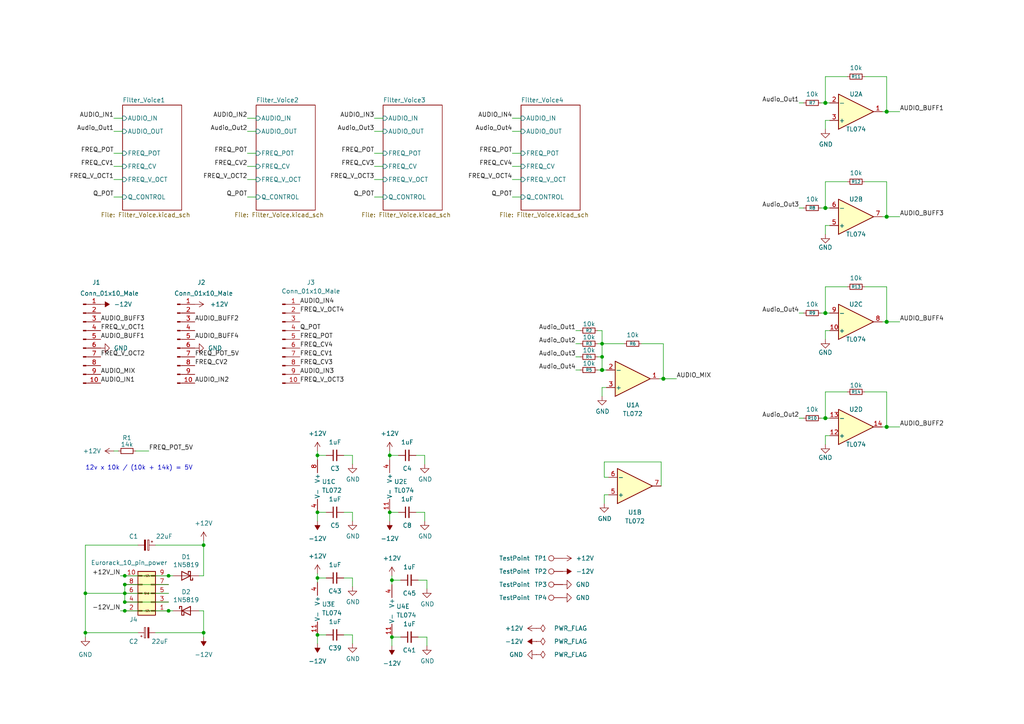
<source format=kicad_sch>
(kicad_sch (version 20211123) (generator eeschema)
  (paper "A4")
  (lib_symbols
    (symbol "Amplifier_Operational:TL072" (pin_names (offset 0.127))
      (property "Reference" "U" (at 0 5.08 0))
      (property "Value" "TL072" (at 0 -5.08 0))
      (symbol "TL072_1_1"
        (polyline (pts (xy -5.08 5.08) (xy 5.08 0) (xy -5.08 -5.08) (xy -5.08 5.08)) (stroke (width 0.254)) (fill (type background)))
        (pin output line (at 7.62 0 180) (length 2.54) (name "~") (number "1"))
        (pin input line (at -7.62 -2.54 0) (length 2.54) (name "-") (number "2"))
        (pin input line (at -7.62 2.54 0) (length 2.54) (name "+") (number "3"))
      )
      (symbol "TL072_2_1"
        (polyline (pts (xy -5.08 5.08) (xy 5.08 0) (xy -5.08 -5.08) (xy -5.08 5.08)) (stroke (width 0.254)) (fill (type background)))
        (pin input line (at -7.62 2.54 0) (length 2.54) (name "+") (number "5"))
        (pin input line (at -7.62 -2.54 0) (length 2.54) (name "-") (number "6"))
        (pin output line (at 7.62 0 180) (length 2.54) (name "~") (number "7"))
      )
      (symbol "TL072_3_1"
        (pin power_in line (at -2.54 -7.62 90) (length 3.81) (name "V-") (number "4"))
        (pin power_in line (at -2.54 7.62 270) (length 3.81) (name "V+") (number "8"))
      )
    )
    (symbol "Amplifier_Operational:TL074" (pin_names (offset 0.127))
      (property "Reference" "U" (at 0 5.08 0))
      (property "Value" "TL074" (at 0 -5.08 0))
      (symbol "TL074_1_1"
        (polyline (pts (xy -5.08 5.08) (xy 5.08 0) (xy -5.08 -5.08) (xy -5.08 5.08)) (stroke (width 0.254)) (fill (type background)))
        (pin output line (at 7.62 0 180) (length 2.54) (name "~") (number "1"))
        (pin input line (at -7.62 -2.54 0) (length 2.54) (name "-") (number "2"))
        (pin input line (at -7.62 2.54 0) (length 2.54) (name "+") (number "3"))
      )
      (symbol "TL074_2_1"
        (polyline (pts (xy -5.08 5.08) (xy 5.08 0) (xy -5.08 -5.08) (xy -5.08 5.08)) (stroke (width 0.254)) (fill (type background)))
        (pin input line (at -7.62 2.54 0) (length 2.54) (name "+") (number "5"))
        (pin input line (at -7.62 -2.54 0) (length 2.54) (name "-") (number "6"))
        (pin output line (at 7.62 0 180) (length 2.54) (name "~") (number "7"))
      )
      (symbol "TL074_3_1"
        (polyline (pts (xy -5.08 5.08) (xy 5.08 0) (xy -5.08 -5.08) (xy -5.08 5.08)) (stroke (width 0.254)) (fill (type background)))
        (pin input line (at -7.62 2.54 0) (length 2.54) (name "+") (number "10"))
        (pin output line (at 7.62 0 180) (length 2.54) (name "~") (number "8"))
        (pin input line (at -7.62 -2.54 0) (length 2.54) (name "-") (number "9"))
      )
      (symbol "TL074_4_1"
        (polyline (pts (xy -5.08 5.08) (xy 5.08 0) (xy -5.08 -5.08) (xy -5.08 5.08)) (stroke (width 0.254)) (fill (type background)))
        (pin input line (at -7.62 2.54 0) (length 2.54) (name "+") (number "12"))
        (pin input line (at -7.62 -2.54 0) (length 2.54) (name "-") (number "13"))
        (pin output line (at 7.62 0 180) (length 2.54) (name "~") (number "14"))
      )
      (symbol "TL074_5_1"
        (pin power_in line (at -2.54 -7.62 90) (length 3.81) (name "V-") (number "11"))
        (pin power_in line (at -2.54 7.62 270) (length 3.81) (name "V+") (number "4"))
      )
    )
    (symbol "Connector:Conn_01x10_Male" (pin_names (offset 1.016) hide)
      (property "Reference" "J" (at 0 12.7 0))
      (property "Value" "Conn_01x10_Male" (at 0 -15.24 0))
      (symbol "Conn_01x10_Male_1_1"
        (polyline (pts (xy 1.27 -12.7) (xy 0.8636 -12.7)) (stroke (width 0.1524)))
        (polyline (pts (xy 1.27 -10.16) (xy 0.8636 -10.16)) (stroke (width 0.1524)))
        (polyline (pts (xy 1.27 -7.62) (xy 0.8636 -7.62)) (stroke (width 0.1524)))
        (polyline (pts (xy 1.27 -5.08) (xy 0.8636 -5.08)) (stroke (width 0.1524)))
        (polyline (pts (xy 1.27 -2.54) (xy 0.8636 -2.54)) (stroke (width 0.1524)))
        (polyline (pts (xy 1.27 0) (xy 0.8636 0)) (stroke (width 0.1524)))
        (polyline (pts (xy 1.27 2.54) (xy 0.8636 2.54)) (stroke (width 0.1524)))
        (polyline (pts (xy 1.27 5.08) (xy 0.8636 5.08)) (stroke (width 0.1524)))
        (polyline (pts (xy 1.27 7.62) (xy 0.8636 7.62)) (stroke (width 0.1524)))
        (polyline (pts (xy 1.27 10.16) (xy 0.8636 10.16)) (stroke (width 0.1524)))
        (rectangle (start 0.8636 -12.573) (end 0 -12.827) (stroke (width 0.1524)) (fill (type outline)))
        (rectangle (start 0.8636 -10.033) (end 0 -10.287) (stroke (width 0.1524)) (fill (type outline)))
        (rectangle (start 0.8636 -7.493) (end 0 -7.747) (stroke (width 0.1524)) (fill (type outline)))
        (rectangle (start 0.8636 -4.953) (end 0 -5.207) (stroke (width 0.1524)) (fill (type outline)))
        (rectangle (start 0.8636 -2.413) (end 0 -2.667) (stroke (width 0.1524)) (fill (type outline)))
        (rectangle (start 0.8636 0.127) (end 0 -0.127) (stroke (width 0.1524)) (fill (type outline)))
        (rectangle (start 0.8636 2.667) (end 0 2.413) (stroke (width 0.1524)) (fill (type outline)))
        (rectangle (start 0.8636 5.207) (end 0 4.953) (stroke (width 0.1524)) (fill (type outline)))
        (rectangle (start 0.8636 7.747) (end 0 7.493) (stroke (width 0.1524)) (fill (type outline)))
        (rectangle (start 0.8636 10.287) (end 0 10.033) (stroke (width 0.1524)) (fill (type outline)))
        (pin passive line (at 5.08 10.16 180) (length 3.81) (name "Pin_1") (number "1"))
        (pin passive line (at 5.08 -12.7 180) (length 3.81) (name "Pin_10") (number "10"))
        (pin passive line (at 5.08 7.62 180) (length 3.81) (name "Pin_2") (number "2"))
        (pin passive line (at 5.08 5.08 180) (length 3.81) (name "Pin_3") (number "3"))
        (pin passive line (at 5.08 2.54 180) (length 3.81) (name "Pin_4") (number "4"))
        (pin passive line (at 5.08 0 180) (length 3.81) (name "Pin_5") (number "5"))
        (pin passive line (at 5.08 -2.54 180) (length 3.81) (name "Pin_6") (number "6"))
        (pin passive line (at 5.08 -5.08 180) (length 3.81) (name "Pin_7") (number "7"))
        (pin passive line (at 5.08 -7.62 180) (length 3.81) (name "Pin_8") (number "8"))
        (pin passive line (at 5.08 -10.16 180) (length 3.81) (name "Pin_9") (number "9"))
      )
    )
    (symbol "Connector:TestPoint" (pin_numbers hide) (pin_names (offset 0.762) hide)
      (property "Reference" "TP" (at 0 6.858 0))
      (property "Value" "TestPoint" (at 0 5.08 0))
      (symbol "TestPoint_0_1"
        (circle (center 0 3.302) (radius 0.762))
      )
      (symbol "TestPoint_1_1"
        (pin passive line (at 0 0 90) (length 2.54) (name "1") (number "1"))
      )
    )
    (symbol "Device:C_Polarized_Small" (pin_numbers hide) (pin_names (offset 0.254) hide)
      (property "Reference" "C" (at 0.254 1.778 0))
      (property "Value" "C_Polarized_Small" (at 0.254 -2.032 0))
      (symbol "C_Polarized_Small_0_1"
        (rectangle (start -1.524 -0.3048) (end 1.524 -0.6858) (fill (type outline)))
        (rectangle (start -1.524 0.6858) (end 1.524 0.3048))
        (polyline (pts (xy -1.27 1.524) (xy -0.762 1.524)))
        (polyline (pts (xy -1.016 1.27) (xy -1.016 1.778)))
      )
      (symbol "C_Polarized_Small_1_1"
        (pin passive line (at 0 2.54 270) (length 1.8542) (name "~") (number "1"))
        (pin passive line (at 0 -2.54 90) (length 1.8542) (name "~") (number "2"))
      )
    )
    (symbol "Device:C_Small" (pin_numbers hide) (pin_names (offset 0.254) hide)
      (property "Reference" "C" (at 0.254 1.778 0))
      (property "Value" "C_Small" (at 0.254 -2.032 0))
      (symbol "C_Small_0_1"
        (polyline (pts (xy -1.524 -0.508) (xy 1.524 -0.508)) (stroke (width 0.3302)))
        (polyline (pts (xy -1.524 0.508) (xy 1.524 0.508)) (stroke (width 0.3048)))
      )
      (symbol "C_Small_1_1"
        (pin passive line (at 0 2.54 270) (length 2.032) (name "~") (number "1"))
        (pin passive line (at 0 -2.54 90) (length 2.032) (name "~") (number "2"))
      )
    )
    (symbol "Device:R_Small" (pin_numbers hide) (pin_names (offset 0.254) hide)
      (property "Reference" "R" (at 0.762 0.508 0))
      (property "Value" "R_Small" (at 0.762 -1.016 0))
      (symbol "R_Small_0_1"
        (rectangle (start -0.762 1.778) (end 0.762 -1.778) (stroke (width 0.2032)))
      )
      (symbol "R_Small_1_1"
        (pin passive line (at 0 2.54 270) (length 0.762) (name "~") (number "1"))
        (pin passive line (at 0 -2.54 90) (length 0.762) (name "~") (number "2"))
      )
    )
    (symbol "Diode:1N5819" (pin_numbers hide) (pin_names (offset 1.016) hide)
      (property "Reference" "D" (at 0 2.54 0))
      (property "Value" "1N5819" (at 0 -2.54 0))
      (symbol "1N5819_0_1"
        (polyline (pts (xy 1.27 0) (xy -1.27 0)))
        (polyline (pts (xy 1.27 1.27) (xy 1.27 -1.27) (xy -1.27 0) (xy 1.27 1.27)) (stroke (width 0.254)))
        (polyline (pts (xy -1.905 0.635) (xy -1.905 1.27) (xy -1.27 1.27) (xy -1.27 -1.27) (xy -0.635 -1.27) (xy -0.635 -0.635)) (stroke (width 0.254)))
      )
      (symbol "1N5819_1_1"
        (pin passive line (at -3.81 0 0) (length 2.54) (name "K") (number "1"))
        (pin passive line (at 3.81 0 180) (length 2.54) (name "A") (number "2"))
      )
    )
    (symbol "Eurorack_Header:Eurorack_10_pin_power" (pin_names (offset 1.016) hide)
      (property "Reference" "J" (at 1.27 7.62 0))
      (property "Value" "Eurorack_10_pin_power" (at 1.27 -7.62 0))
      (symbol "Eurorack_10_pin_power_1_0"
        (text "+12v" (at 1.27 -5.08 0) (effects (font (size 0.508 0.508))))
        (text "-12v" (at 1.27 5.08 0) (effects (font (size 0.508 0.508))))
        (text "Gnd" (at 1.27 0 0) (effects (font (size 0.508 0.508))))
      )
      (symbol "Eurorack_10_pin_power_1_1"
        (rectangle (start -1.27 -4.953) (end 0 -5.207) (stroke (width 0.1524)))
        (rectangle (start -1.27 -2.413) (end 0 -2.667) (stroke (width 0.1524)))
        (rectangle (start -1.27 0.127) (end 0 -0.127) (stroke (width 0.1524)))
        (rectangle (start -1.27 2.667) (end 0 2.413) (stroke (width 0.1524)))
        (rectangle (start -1.27 5.207) (end 0 4.953) (stroke (width 0.1524)))
        (rectangle (start -1.27 6.35) (end 3.81 -6.35) (stroke (width 0.254)) (fill (type background)))
        (rectangle (start 3.81 -4.953) (end 2.54 -5.207) (stroke (width 0.1524)))
        (rectangle (start 3.81 -2.413) (end 2.54 -2.667) (stroke (width 0.1524)))
        (rectangle (start 3.81 0.127) (end 2.54 -0.127) (stroke (width 0.1524)))
        (rectangle (start 3.81 2.667) (end 2.54 2.413) (stroke (width 0.1524)))
        (rectangle (start 3.81 5.207) (end 2.54 4.953) (stroke (width 0.1524)))
        (pin power_in line (at -5.08 5.08 0) (length 3.81) (name "Pin_1") (number "1"))
        (pin passive line (at 7.62 -5.08 180) (length 3.81) (name "Pin_10") (number "10"))
        (pin passive line (at 7.62 5.08 180) (length 3.81) (name "Pin_2") (number "2"))
        (pin passive line (at -5.08 2.54 0) (length 3.81) (name "Pin_3") (number "3"))
        (pin passive line (at 7.62 2.54 180) (length 3.81) (name "Pin_4") (number "4"))
        (pin power_in line (at -5.08 0 0) (length 3.81) (name "Pin_5") (number "5"))
        (pin passive line (at 7.62 0 180) (length 3.81) (name "Pin_6") (number "6"))
        (pin passive line (at -5.08 -2.54 0) (length 3.81) (name "Pin_7") (number "7"))
        (pin passive line (at 7.62 -2.54 180) (length 3.81) (name "Pin_8") (number "8"))
        (pin power_in line (at -5.08 -5.08 0) (length 3.81) (name "Pin_9") (number "9"))
      )
    )
    (symbol "power:+12V" (power) (pin_names (offset 0))
      (property "Value" "+12V" (at 0 3.556 0))
      (symbol "+12V_0_1"
        (polyline (pts (xy -0.762 1.27) (xy 0 2.54)))
        (polyline (pts (xy 0 0) (xy 0 2.54)))
        (polyline (pts (xy 0 2.54) (xy 0.762 1.27)))
      )
      (symbol "+12V_1_1"
        (pin power_in line (at 0 0 90) (length 0) hide (name "+12V") (number "1"))
      )
    )
    (symbol "power:-12V" (power) (pin_names (offset 0))
      (property "Value" "-12V" (at 0 3.81 0))
      (symbol "-12V_0_0"
        (pin power_in line (at 0 0 90) (length 0) hide (name "-12V") (number "1"))
      )
      (symbol "-12V_0_1"
        (polyline (pts (xy 0 0) (xy 0 1.27) (xy 0.762 1.27) (xy 0 2.54) (xy -0.762 1.27) (xy 0 1.27)) (fill (type outline)))
      )
    )
    (symbol "power:GND" (power) (pin_names (offset 0))
      (property "Value" "GND" (at 0 -3.81 0))
      (symbol "GND_0_1"
        (polyline (pts (xy 0 0) (xy 0 -1.27) (xy 1.27 -1.27) (xy 0 -2.54) (xy -1.27 -1.27) (xy 0 -1.27)))
      )
      (symbol "GND_1_1"
        (pin power_in line (at 0 0 270) (length 0) hide (name "GND") (number "1"))
      )
    )
    (symbol "power:PWR_FLAG" (power) (pin_numbers hide) (pin_names (offset 0) hide)
      (property "Value" "PWR_FLAG" (at 0 3.81 0))
      (symbol "PWR_FLAG_0_0"
        (pin power_out line (at 0 0 90) (length 0) (name "pwr") (number "1"))
      )
      (symbol "PWR_FLAG_0_1"
        (polyline (pts (xy 0 0) (xy 0 1.27) (xy -1.016 1.905) (xy 0 2.54) (xy 1.016 1.905) (xy 0 1.27)))
      )
    )
  )
  (junction (at 92.075 148.59))
  (junction (at 36.195 172.085))
  (junction (at 48.895 177.165))
  (junction (at 113.03 132.08))
  (junction (at 59.055 183.515))
  (junction (at 239.395 90.805) (diameter 1.016))
  (junction (at 92.075 132.08))
  (junction (at 36.195 167.005))
  (junction (at 257.175 62.865) (diameter 1.016))
  (junction (at 239.395 29.845) (diameter 1.016))
  (junction (at 36.195 177.165))
  (junction (at 174.625 103.505))
  (junction (at 192.405 109.855) (diameter 1.016))
  (junction (at 174.625 107.315) (diameter 1.016))
  (junction (at 36.195 174.625))
  (junction (at 113.03 148.59))
  (junction (at 239.395 60.325) (diameter 1.016))
  (junction (at 239.395 121.285) (diameter 1.016))
  (junction (at 174.625 99.695))
  (junction (at 59.055 158.115))
  (junction (at 113.665 168.275))
  (junction (at 92.075 184.15))
  (junction (at 24.765 183.515))
  (junction (at 92.075 167.64))
  (junction (at 113.665 184.785))
  (junction (at 257.175 93.345) (diameter 1.016))
  (junction (at 36.195 169.545))
  (junction (at 257.175 123.825) (diameter 1.016))
  (junction (at 24.765 172.085))
  (junction (at 48.895 167.005))
  (junction (at 257.175 32.385) (diameter 1.016))
  (wire (pts (xy 120.65 148.59) (xy 123.19 148.59)))
  (wire (pts (xy 123.825 184.785) (xy 123.825 187.325)))
  (wire (pts (xy 74.295 38.1) (xy 71.755 38.1)))
  (wire (pts (xy 33.02 52.07) (xy 35.56 52.07)))
  (wire (pts (xy 113.665 167.005) (xy 113.665 168.275)))
  (wire (pts (xy 255.905 123.825) (xy 257.175 123.825)))
  (wire (pts (xy 99.695 132.08) (xy 102.235 132.08)))
  (wire (pts (xy 71.755 34.29) (xy 74.295 34.29)))
  (wire (pts (xy 173.355 103.505) (xy 174.625 103.505)))
  (wire (pts (xy 239.395 52.705) (xy 239.395 60.325)))
  (wire (pts (xy 113.03 130.81) (xy 113.03 132.08)))
  (wire (pts (xy 113.03 148.59) (xy 115.57 148.59)))
  (wire (pts (xy 121.285 168.275) (xy 123.825 168.275)))
  (wire (pts (xy 33.02 44.45) (xy 35.56 44.45)))
  (wire (pts (xy 257.175 123.825) (xy 260.985 123.825)))
  (wire (pts (xy 45.085 158.115) (xy 59.055 158.115)))
  (wire (pts (xy 238.125 60.325) (xy 239.395 60.325)))
  (wire (pts (xy 239.395 65.405) (xy 239.395 67.945)))
  (wire (pts (xy 113.03 151.13) (xy 113.03 148.59)))
  (wire (pts (xy 174.625 99.695) (xy 180.975 99.695)))
  (wire (pts (xy 191.77 133.985) (xy 191.77 140.97)))
  (wire (pts (xy 34.925 177.165) (xy 36.195 177.165)))
  (wire (pts (xy 175.26 143.51) (xy 175.26 146.05)))
  (wire (pts (xy 33.02 48.26) (xy 35.56 48.26)))
  (wire (pts (xy 102.235 167.64) (xy 102.235 170.18)))
  (wire (pts (xy 24.765 158.115) (xy 40.005 158.115)))
  (wire (pts (xy 92.075 148.59) (xy 94.615 148.59)))
  (wire (pts (xy 238.125 90.805) (xy 239.395 90.805)))
  (wire (pts (xy 174.625 99.695) (xy 174.625 103.505)))
  (wire (pts (xy 255.905 93.345) (xy 257.175 93.345)))
  (wire (pts (xy 108.585 48.26) (xy 111.125 48.26)))
  (wire (pts (xy 48.895 174.625) (xy 36.195 174.625)))
  (wire (pts (xy 24.765 172.085) (xy 24.765 183.515)))
  (wire (pts (xy 239.395 22.225) (xy 239.395 29.845)))
  (wire (pts (xy 174.625 112.395) (xy 174.625 114.935)))
  (wire (pts (xy 113.03 132.08) (xy 115.57 132.08)))
  (wire (pts (xy 33.02 57.15) (xy 35.56 57.15)))
  (wire (pts (xy 257.175 52.705) (xy 250.825 52.705)))
  (wire (pts (xy 102.235 148.59) (xy 102.235 151.13)))
  (wire (pts (xy 167.005 95.885) (xy 168.275 95.885)))
  (wire (pts (xy 239.395 34.925) (xy 239.395 37.465)))
  (wire (pts (xy 33.02 34.29) (xy 35.56 34.29)))
  (wire (pts (xy 121.285 184.785) (xy 123.825 184.785)))
  (wire (pts (xy 240.665 95.885) (xy 239.395 95.885)))
  (wire (pts (xy 173.355 99.695) (xy 174.625 99.695)))
  (wire (pts (xy 257.175 52.705) (xy 257.175 62.865)))
  (wire (pts (xy 92.075 167.64) (xy 94.615 167.64)))
  (wire (pts (xy 239.395 22.225) (xy 245.745 22.225)))
  (wire (pts (xy 192.405 99.695) (xy 186.055 99.695)))
  (wire (pts (xy 24.765 172.085) (xy 36.195 172.085)))
  (wire (pts (xy 71.755 44.45) (xy 74.295 44.45)))
  (wire (pts (xy 257.175 32.385) (xy 260.985 32.385)))
  (wire (pts (xy 59.055 167.005) (xy 59.055 158.115)))
  (wire (pts (xy 148.59 57.15) (xy 151.13 57.15)))
  (wire (pts (xy 239.395 126.365) (xy 239.395 128.905)))
  (wire (pts (xy 257.175 113.665) (xy 257.175 123.825)))
  (wire (pts (xy 102.235 132.08) (xy 102.235 134.62)))
  (wire (pts (xy 92.075 167.64) (xy 92.075 168.91)))
  (wire (pts (xy 59.055 183.515) (xy 59.055 184.785)))
  (wire (pts (xy 34.925 167.005) (xy 36.195 167.005)))
  (wire (pts (xy 257.175 62.865) (xy 260.985 62.865)))
  (wire (pts (xy 113.665 168.275) (xy 116.205 168.275)))
  (wire (pts (xy 36.195 167.005) (xy 48.895 167.005)))
  (wire (pts (xy 48.895 167.005) (xy 50.165 167.005)))
  (wire (pts (xy 167.005 107.315) (xy 168.275 107.315)))
  (wire (pts (xy 102.235 184.15) (xy 102.235 186.69)))
  (wire (pts (xy 257.175 22.225) (xy 257.175 32.385)))
  (wire (pts (xy 108.585 44.45) (xy 111.125 44.45)))
  (wire (pts (xy 45.085 183.515) (xy 59.055 183.515)))
  (wire (pts (xy 24.765 184.785) (xy 24.765 183.515)))
  (wire (pts (xy 239.395 60.325) (xy 240.665 60.325)))
  (wire (pts (xy 48.895 177.165) (xy 50.165 177.165)))
  (wire (pts (xy 257.175 83.185) (xy 250.825 83.185)))
  (wire (pts (xy 59.055 177.165) (xy 59.055 183.515)))
  (wire (pts (xy 192.405 99.695) (xy 192.405 109.855)))
  (wire (pts (xy 113.665 187.325) (xy 113.665 184.785)))
  (wire (pts (xy 255.905 62.865) (xy 257.175 62.865)))
  (wire (pts (xy 239.395 29.845) (xy 240.665 29.845)))
  (wire (pts (xy 24.765 158.115) (xy 24.765 172.085)))
  (wire (pts (xy 167.005 103.505) (xy 168.275 103.505)))
  (wire (pts (xy 173.355 95.885) (xy 174.625 95.885)))
  (wire (pts (xy 71.755 48.26) (xy 74.295 48.26)))
  (wire (pts (xy 43.18 130.81) (xy 39.37 130.81)))
  (wire (pts (xy 148.59 52.07) (xy 151.13 52.07)))
  (wire (pts (xy 35.56 38.1) (xy 33.02 38.1)))
  (wire (pts (xy 36.195 169.545) (xy 36.195 172.085)))
  (wire (pts (xy 239.395 95.885) (xy 239.395 98.425)))
  (wire (pts (xy 239.395 83.185) (xy 245.745 83.185)))
  (wire (pts (xy 175.895 112.395) (xy 174.625 112.395)))
  (wire (pts (xy 167.005 99.695) (xy 168.275 99.695)))
  (wire (pts (xy 174.625 95.885) (xy 174.625 99.695)))
  (wire (pts (xy 255.905 32.385) (xy 257.175 32.385)))
  (wire (pts (xy 231.775 90.805) (xy 233.045 90.805)))
  (wire (pts (xy 148.59 34.29) (xy 151.13 34.29)))
  (wire (pts (xy 36.195 172.085) (xy 36.195 174.625)))
  (wire (pts (xy 240.665 34.925) (xy 239.395 34.925)))
  (wire (pts (xy 239.395 90.805) (xy 240.665 90.805)))
  (wire (pts (xy 123.19 132.08) (xy 123.19 134.62)))
  (wire (pts (xy 151.13 38.1) (xy 148.59 38.1)))
  (wire (pts (xy 239.395 113.665) (xy 239.395 121.285)))
  (wire (pts (xy 111.125 38.1) (xy 108.585 38.1)))
  (wire (pts (xy 71.755 57.15) (xy 74.295 57.15)))
  (wire (pts (xy 257.175 22.225) (xy 250.825 22.225)))
  (wire (pts (xy 108.585 34.29) (xy 111.125 34.29)))
  (wire (pts (xy 59.055 156.845) (xy 59.055 158.115)))
  (wire (pts (xy 239.395 52.705) (xy 245.745 52.705)))
  (wire (pts (xy 231.775 60.325) (xy 233.045 60.325)))
  (wire (pts (xy 48.895 169.545) (xy 36.195 169.545)))
  (wire (pts (xy 92.075 130.81) (xy 92.075 132.08)))
  (wire (pts (xy 173.355 107.315) (xy 174.625 107.315)))
  (wire (pts (xy 174.625 107.315) (xy 175.895 107.315)))
  (wire (pts (xy 176.53 138.43) (xy 175.26 138.43)))
  (wire (pts (xy 231.775 121.285) (xy 233.045 121.285)))
  (wire (pts (xy 108.585 52.07) (xy 111.125 52.07)))
  (wire (pts (xy 92.075 184.15) (xy 94.615 184.15)))
  (wire (pts (xy 238.125 121.285) (xy 239.395 121.285)))
  (wire (pts (xy 239.395 83.185) (xy 239.395 90.805)))
  (wire (pts (xy 57.785 177.165) (xy 59.055 177.165)))
  (wire (pts (xy 148.59 44.45) (xy 151.13 44.45)))
  (wire (pts (xy 24.765 183.515) (xy 40.005 183.515)))
  (wire (pts (xy 113.03 132.08) (xy 113.03 133.35)))
  (wire (pts (xy 231.775 29.845) (xy 233.045 29.845)))
  (wire (pts (xy 99.695 184.15) (xy 102.235 184.15)))
  (wire (pts (xy 36.195 177.165) (xy 48.895 177.165)))
  (wire (pts (xy 123.825 168.275) (xy 123.825 170.815)))
  (wire (pts (xy 33.02 130.81) (xy 34.29 130.81)))
  (wire (pts (xy 113.665 184.785) (xy 116.205 184.785)))
  (wire (pts (xy 57.785 167.005) (xy 59.055 167.005)))
  (wire (pts (xy 192.405 109.855) (xy 196.215 109.855)))
  (wire (pts (xy 257.175 83.185) (xy 257.175 93.345)))
  (wire (pts (xy 148.59 48.26) (xy 151.13 48.26)))
  (wire (pts (xy 92.075 151.13) (xy 92.075 148.59)))
  (wire (pts (xy 174.625 103.505) (xy 174.625 107.315)))
  (wire (pts (xy 99.695 167.64) (xy 102.235 167.64)))
  (wire (pts (xy 123.19 148.59) (xy 123.19 151.13)))
  (wire (pts (xy 191.135 109.855) (xy 192.405 109.855)))
  (wire (pts (xy 92.075 132.08) (xy 92.075 133.35)))
  (wire (pts (xy 36.195 172.085) (xy 48.895 172.085)))
  (wire (pts (xy 175.26 133.985) (xy 191.77 133.985)))
  (wire (pts (xy 92.075 166.37) (xy 92.075 167.64)))
  (wire (pts (xy 257.175 93.345) (xy 260.985 93.345)))
  (wire (pts (xy 175.26 138.43) (xy 175.26 133.985)))
  (wire (pts (xy 99.695 148.59) (xy 102.235 148.59)))
  (wire (pts (xy 92.075 132.08) (xy 94.615 132.08)))
  (wire (pts (xy 257.175 113.665) (xy 250.825 113.665)))
  (wire (pts (xy 238.125 29.845) (xy 239.395 29.845)))
  (wire (pts (xy 176.53 143.51) (xy 175.26 143.51)))
  (wire (pts (xy 240.665 126.365) (xy 239.395 126.365)))
  (wire (pts (xy 239.395 113.665) (xy 245.745 113.665)))
  (wire (pts (xy 113.665 168.275) (xy 113.665 169.545)))
  (wire (pts (xy 92.075 186.69) (xy 92.075 184.15)))
  (wire (pts (xy 108.585 57.15) (xy 111.125 57.15)))
  (wire (pts (xy 71.755 52.07) (xy 74.295 52.07)))
  (wire (pts (xy 239.395 121.285) (xy 240.665 121.285)))
  (wire (pts (xy 120.65 132.08) (xy 123.19 132.08)))
  (wire (pts (xy 240.665 65.405) (xy 239.395 65.405)))
  (text "12v x 10k / (10k + 14k) = 5V" (at 24.765 136.525 0) (effects (font (size 1.27 1.27)) (justify left bottom)))
  (label "AUDIO_BUFF3" (at 260.985 62.865 0))
  (label "FREQ_V_OCT4" (at 148.59 52.07 180))
  (label "FREQ_POT_5V" (at 56.515 103.505 0))
  (label "Audio_Out2" (at 231.775 121.285 180))
  (label "FREQ_V_OCT2" (at 29.21 103.505 0))
  (label "AUDIO_IN3" (at 86.995 108.585 0))
  (label "FREQ_V_OCT2" (at 71.755 52.07 180))
  (label "AUDIO_IN4" (at 86.995 88.265 0))
  (label "FREQ_CV1" (at 33.02 48.26 180))
  (label "FREQ_V_OCT4" (at 86.995 90.805 0))
  (label "FREQ_CV3" (at 86.995 106.045 0))
  (label "Q_POT" (at 33.02 57.15 180))
  (label "Audio_Out1" (at 33.02 38.1 180))
  (label "Audio_Out4" (at 167.005 107.315 180))
  (label "AUDIO_BUFF2" (at 56.515 93.345 0))
  (label "AUDIO_IN1" (at 33.02 34.29 180))
  (label "Audio_Out3" (at 231.775 60.325 180))
  (label "FREQ_POT" (at 33.02 44.45 180))
  (label "Audio_Out1" (at 231.775 29.845 180))
  (label "Q_POT" (at 71.755 57.15 180))
  (label "+12V_IN" (at 34.925 167.005 180))
  (label "AUDIO_BUFF1" (at 29.21 98.425 0))
  (label "AUDIO_IN2" (at 56.515 111.125 0))
  (label "FREQ_CV2" (at 56.515 106.045 0))
  (label "Audio_Out3" (at 167.005 103.505 180))
  (label "FREQ_POT" (at 148.59 44.45 180))
  (label "FREQ_CV1" (at 86.995 103.505 0))
  (label "FREQ_V_OCT1" (at 29.21 95.885 0))
  (label "FREQ_V_OCT3" (at 108.585 52.07 180))
  (label "AUDIO_IN2" (at 71.755 34.29 180))
  (label "AUDIO_MIX" (at 29.21 108.585 0))
  (label "AUDIO_BUFF3" (at 29.21 93.345 0))
  (label "AUDIO_IN1" (at 29.21 111.125 0))
  (label "Audio_Out4" (at 231.775 90.805 180))
  (label "Q_POT" (at 108.585 57.15 180))
  (label "Audio_Out1" (at 167.005 95.885 180))
  (label "Q_POT" (at 148.59 57.15 180))
  (label "FREQ_POT" (at 108.585 44.45 180))
  (label "FREQ_CV3" (at 108.585 48.26 180))
  (label "FREQ_CV4" (at 148.59 48.26 180))
  (label "Q_POT" (at 86.995 95.885 0))
  (label "AUDIO_MIX" (at 196.215 109.855 0))
  (label "AUDIO_BUFF2" (at 260.985 123.825 0))
  (label "-12V_IN" (at 34.925 177.165 180))
  (label "AUDIO_BUFF4" (at 56.515 98.425 0))
  (label "FREQ_CV4" (at 86.995 100.965 0))
  (label "AUDIO_IN4" (at 148.59 34.29 180))
  (label "FREQ_V_OCT3" (at 86.995 111.125 0))
  (label "AUDIO_BUFF4" (at 260.985 93.345 0))
  (label "AUDIO_BUFF1" (at 260.985 32.385 0))
  (label "FREQ_POT" (at 86.995 98.425 0))
  (label "Audio_Out2" (at 167.005 99.695 180))
  (label "FREQ_V_OCT1" (at 33.02 52.07 180))
  (label "FREQ_POT" (at 71.755 44.45 180))
  (label "Audio_Out2" (at 71.755 38.1 180))
  (label "AUDIO_IN3" (at 108.585 34.29 180))
  (label "Audio_Out4" (at 148.59 38.1 180))
  (label "Audio_Out3" (at 108.585 38.1 180))
  (label "FREQ_POT_5V" (at 43.18 130.81 0))
  (label "FREQ_CV2" (at 71.755 48.26 180))
  (symbol (lib_id "power:GND") (at 24.765 184.785 0) (unit 1)
    (property "Reference" "#PWR01" (effects hide))
    (property "Value" "GND" (at 24.765 189.865 0))
  )
  (symbol (lib_id "Device:C_Small") (at 97.155 184.15 90) (unit 1)
    (property "Reference" "C39" (at 97.155 187.96 90))
    (property "Value" "1uF" (at 97.1613 180.34 90))
    (property "Footprint" "Capacitor_SMD:C_0603_1608Metric_Pad1.08x0.95mm_HandSolder" (effects hide))
  )
  (symbol (lib_id "Amplifier_Operational:TL074") (at 89.535 176.53 0) (mirror y) (unit 5)
    (property "Reference" "U3" (at 93.345 175.2599 0) (effects (justify right)))
    (property "Value" "TL074" (at 93.345 177.7999 0) (effects (justify right)))
    (property "Footprint" "Package_SO:SOIC-14_3.9x8.7mm_P1.27mm" (effects hide))
    (property "Datasheet" "http://www.ti.com/lit/ds/symlink/tl071.pdf" (effects hide))
  )
  (symbol (lib_id "power:GND") (at 163.195 169.545 90) (unit 1)
    (property "Reference" "#PWR018" (effects hide))
    (property "Value" "GND" (at 167.005 169.5449 90) (effects (justify right)))
  )
  (symbol (lib_id "Amplifier_Operational:TL072") (at 183.515 109.855 0) (mirror x) (unit 1)
    (property "Reference" "U1" (at 183.515 117.475 0))
    (property "Value" "TL072" (at 183.515 120.015 0))
    (property "Footprint" "Package_SO:SO-8_3.9x4.9mm_P1.27mm" (effects hide))
    (property "Datasheet" "http://www.ti.com/lit/ds/symlink/tl071.pdf" (effects hide))
  )
  (symbol (lib_id "power:+12V") (at 56.515 88.265 270) (unit 1)
    (property "Reference" "#PWR0110" (effects hide))
    (property "Value" "+12V" (at 60.9143 88.2649 90) (effects (justify left)))
  )
  (symbol (lib_id "Connector:TestPoint") (at 163.195 169.545 90) (unit 1)
    (property "Reference" "TP3" (at 156.845 169.545 90))
    (property "Value" "TestPoint" (at 149.225 169.545 90))
    (property "Footprint" "Custom_Footprints:1.3mm_Test_Point" (effects hide))
  )
  (symbol (lib_id "power:-12V") (at 29.21 88.265 270) (unit 1)
    (property "Reference" "#PWR0109" (effects hide))
    (property "Value" "-12V" (at 33.02 88.2649 90) (effects (justify left)))
  )
  (symbol (lib_id "power:-12V") (at 59.055 184.785 180) (unit 1)
    (property "Reference" "#PWR04" (effects hide))
    (property "Value" "-12V" (at 59.055 189.865 0))
  )
  (symbol (lib_id "power:GND") (at 174.625 114.935 0) (unit 1)
    (property "Reference" "#PWR020" (effects hide))
    (property "Value" "GND" (at 174.752 119.3292 0))
  )
  (symbol (lib_id "power:GND") (at 239.395 37.465 0) (unit 1)
    (property "Reference" "#PWR022" (effects hide))
    (property "Value" "GND" (at 239.522 41.8592 0))
  )
  (symbol (lib_id "power:GND") (at 239.395 67.945 0) (unit 1)
    (property "Reference" "#PWR023" (effects hide))
    (property "Value" "GND" (at 239.395 71.755 0))
  )
  (symbol (lib_id "power:+12V") (at 113.665 167.005 0) (unit 1)
    (property "Reference" "#PWR0104" (effects hide))
    (property "Value" "+12V" (at 113.665 161.925 0))
  )
  (symbol (lib_id "Device:C_Polarized_Small") (at 42.545 158.115 270) (unit 1)
    (property "Reference" "C1" (at 38.735 155.575 90))
    (property "Value" "22uF" (at 47.625 155.575 90))
    (property "Footprint" "Capacitor_SMD:CP_Elec_4x5.8" (effects hide))
    (property "Part_Number" "C134798" (effects hide))
    (property "Rotation" "360" (effects hide))
  )
  (symbol (lib_id "power:GND") (at 155.575 189.865 270) (unit 1)
    (property "Reference" "#PWR015" (effects hide))
    (property "Value" "GND" (at 151.765 189.8649 90) (effects (justify right)))
  )
  (symbol (lib_id "Amplifier_Operational:TL074") (at 248.285 32.385 0) (mirror x) (unit 1)
    (property "Reference" "U2" (at 248.285 27.305 0))
    (property "Value" "TL074" (at 248.285 37.465 0))
    (property "Footprint" "Package_SO:SOIC-14_3.9x8.7mm_P1.27mm" (effects hide))
    (property "Datasheet" "http://www.ti.com/lit/ds/symlink/tl071.pdf" (effects hide))
  )
  (symbol (lib_id "Device:R_Small") (at 170.815 103.505 270) (unit 1)
    (property "Reference" "R4" (at 170.815 103.505 90) (effects (font (size 0.889 0.889))))
    (property "Value" "10k" (at 170.815 101.6 90))
    (property "Footprint" "Resistor_SMD:R_0603_1608Metric_Pad0.98x0.95mm_HandSolder" (effects hide))
    (property "Part_Number" "C25804" (effects hide))
  )
  (symbol (lib_id "power:GND") (at 102.235 186.69 0) (unit 1)
    (property "Reference" "#PWR0103" (effects hide))
    (property "Value" "GND" (at 102.362 191.0842 0))
  )
  (symbol (lib_id "Diode:1N5819") (at 53.975 167.005 180) (unit 1)
    (property "Reference" "D1" (at 53.975 161.5186 0))
    (property "Value" "1N5819" (at 53.975 163.83 0))
    (property "Footprint" "Diode_SMD:D_SOD-123" (effects hide))
    (property "Datasheet" "https://datasheet.lcsc.com/szlcsc/Changjiang-Electronics-Tech-CJ-B5819W_C8598.pdf" (effects hide))
    (property "Part_Number" "C8598" (effects hide))
  )
  (symbol (lib_id "Device:R_Small") (at 170.815 99.695 270) (unit 1)
    (property "Reference" "R3" (at 170.815 99.695 90) (effects (font (size 0.889 0.889))))
    (property "Value" "10k" (at 170.815 97.79 90))
    (property "Footprint" "Resistor_SMD:R_0603_1608Metric_Pad0.98x0.95mm_HandSolder" (effects hide))
    (property "Part_Number" "C25804" (effects hide))
  )
  (symbol (lib_id "Connector:Conn_01x10_Male") (at 51.435 98.425 0) (unit 1)
    (property "Reference" "J2" (at 58.42 81.915 0))
    (property "Value" "Conn_01x10_Male" (at 59.055 85.09 0))
    (property "Footprint" "Connector_PinHeader_2.54mm:PinHeader_1x10_P2.54mm_Vertical" (effects hide))
  )
  (symbol (lib_id "power:GND") (at 123.825 170.815 0) (unit 1)
    (property "Reference" "#PWR0108" (effects hide))
    (property "Value" "GND" (at 123.952 175.2092 0))
  )
  (symbol (lib_id "Device:R_Small") (at 170.815 95.885 270) (unit 1)
    (property "Reference" "R2" (at 170.815 95.885 90) (effects (font (size 0.889 0.889))))
    (property "Value" "10k" (at 170.815 93.98 90))
    (property "Footprint" "Resistor_SMD:R_0603_1608Metric_Pad0.98x0.95mm_HandSolder" (effects hide))
    (property "Part_Number" "C25804" (effects hide))
  )
  (symbol (lib_id "power:GND") (at 102.235 134.62 0) (unit 1)
    (property "Reference" "#PWR09" (effects hide))
    (property "Value" "GND" (at 102.362 139.0142 0))
  )
  (symbol (lib_id "Amplifier_Operational:TL074") (at 110.49 140.97 0) (mirror y) (unit 5)
    (property "Reference" "U2" (at 114.3 139.6999 0) (effects (justify right)))
    (property "Value" "TL074" (at 114.3 142.2399 0) (effects (justify right)))
    (property "Footprint" "Package_SO:SOIC-14_3.9x8.7mm_P1.27mm" (effects hide))
    (property "Datasheet" "http://www.ti.com/lit/ds/symlink/tl071.pdf" (effects hide))
  )
  (symbol (lib_id "power:+12V") (at 59.055 156.845 0) (unit 1)
    (property "Reference" "#PWR03" (effects hide))
    (property "Value" "+12V" (at 59.055 151.765 0))
  )
  (symbol (lib_id "power:GND") (at 56.515 100.965 90) (unit 1)
    (property "Reference" "#PWR06" (effects hide))
    (property "Value" "GND" (at 60.325 100.9649 90) (effects (justify right)))
  )
  (symbol (lib_id "Device:R_Small") (at 235.585 90.805 270) (unit 1)
    (property "Reference" "R9" (at 235.585 90.805 90) (effects (font (size 0.889 0.889))))
    (property "Value" "10k" (at 235.585 88.265 90))
    (property "Footprint" "Resistor_SMD:R_0603_1608Metric_Pad0.98x0.95mm_HandSolder" (effects hide))
    (property "Part_Number" "C25804" (effects hide))
  )
  (symbol (lib_id "Device:R_Small") (at 248.285 22.225 270) (unit 1)
    (property "Reference" "R11" (at 248.285 22.225 90) (effects (font (size 0.889 0.889))))
    (property "Value" "10k" (at 248.285 19.685 90))
    (property "Footprint" "Resistor_SMD:R_0603_1608Metric_Pad0.98x0.95mm_HandSolder" (effects hide))
    (property "Part_Number" "C25804" (effects hide))
  )
  (symbol (lib_id "Device:R_Small") (at 170.815 107.315 270) (unit 1)
    (property "Reference" "R5" (at 170.815 107.315 90) (effects (font (size 0.889 0.889))))
    (property "Value" "10k" (at 170.815 105.41 90))
    (property "Footprint" "Resistor_SMD:R_0603_1608Metric_Pad0.98x0.95mm_HandSolder" (effects hide))
    (property "Part_Number" "C25804" (effects hide))
  )
  (symbol (lib_id "power:-12V") (at 155.575 186.055 90) (unit 1)
    (property "Reference" "#PWR014" (effects hide))
    (property "Value" "-12V" (at 151.765 186.0549 90) (effects (justify left)))
  )
  (symbol (lib_id "Device:C_Small") (at 118.11 148.59 90) (unit 1)
    (property "Reference" "C8" (at 118.11 152.4 90))
    (property "Value" "1uF" (at 118.1163 144.78 90))
    (property "Footprint" "Capacitor_SMD:C_0603_1608Metric_Pad1.08x0.95mm_HandSolder" (effects hide))
  )
  (symbol (lib_id "power:+12V") (at 163.195 161.925 270) (mirror x) (unit 1)
    (property "Reference" "#PWR016" (effects hide))
    (property "Value" "+12V" (at 167.005 161.9249 90) (effects (justify left)))
  )
  (symbol (lib_id "Connector:TestPoint") (at 163.195 165.735 90) (unit 1)
    (property "Reference" "TP2" (at 156.845 165.735 90))
    (property "Value" "TestPoint" (at 149.225 165.735 90))
    (property "Footprint" "Custom_Footprints:1.3mm_Test_Point" (effects hide))
  )
  (symbol (lib_id "power:-12V") (at 163.195 165.735 270) (unit 1)
    (property "Reference" "#PWR017" (effects hide))
    (property "Value" "-12V" (at 167.005 165.7349 90) (effects (justify left)))
  )
  (symbol (lib_id "power:+12V") (at 155.575 182.245 90) (mirror x) (unit 1)
    (property "Reference" "#PWR013" (effects hide))
    (property "Value" "+12V" (at 151.765 182.2449 90) (effects (justify left)))
  )
  (symbol (lib_id "Amplifier_Operational:TL074") (at 111.125 177.165 0) (mirror y) (unit 5)
    (property "Reference" "U4" (at 114.935 175.8949 0) (effects (justify right)))
    (property "Value" "TL074" (at 114.935 178.4349 0) (effects (justify right)))
    (property "Footprint" "Package_SO:SOIC-14_3.9x8.7mm_P1.27mm" (effects hide))
    (property "Datasheet" "http://www.ti.com/lit/ds/symlink/tl071.pdf" (effects hide))
  )
  (symbol (lib_id "power:GND") (at 175.26 146.05 0) (unit 1)
    (property "Reference" "#PWR021" (effects hide))
    (property "Value" "GND" (at 175.387 150.4442 0))
  )
  (symbol (lib_id "Connector:Conn_01x10_Male") (at 24.13 98.425 0) (unit 1)
    (property "Reference" "J1" (at 27.94 81.915 0))
    (property "Value" "Conn_01x10_Male" (at 31.75 85.09 0))
    (property "Footprint" "Connector_PinHeader_2.54mm:PinHeader_1x10_P2.54mm_Vertical" (effects hide))
  )
  (symbol (lib_id "Eurorack_Header:Eurorack_10_pin_power") (at 43.815 172.085 180) (unit 1)
    (property "Reference" "J4" (at 38.735 179.705 0))
    (property "Value" "Eurorack_10_pin_power" (at 37.465 163.195 0))
    (property "Footprint" "Custom_Footprints:Eurorack_10_pin_header" (effects hide))
  )
  (symbol (lib_id "power:+12V") (at 92.075 166.37 0) (unit 1)
    (property "Reference" "#PWR0101" (effects hide))
    (property "Value" "+12V" (at 92.075 161.29 0))
  )
  (symbol (lib_id "Diode:1N5819") (at 53.975 177.165 0) (unit 1)
    (property "Reference" "D2" (at 53.975 171.6786 0))
    (property "Value" "1N5819" (at 53.975 173.99 0))
    (property "Footprint" "Diode_SMD:D_SOD-123" (effects hide))
    (property "Datasheet" "https://datasheet.lcsc.com/szlcsc/Changjiang-Electronics-Tech-CJ-B5819W_C8598.pdf" (effects hide))
    (property "Part_Number" "C8598" (effects hide))
  )
  (symbol (lib_id "power:PWR_FLAG") (at 155.575 189.865 270) (unit 1)
    (property "Reference" "#FLG03" (effects hide))
    (property "Value" "PWR_FLAG" (at 160.655 189.8649 90) (effects (justify left)))
  )
  (symbol (lib_id "power:GND") (at 102.235 170.18 0) (unit 1)
    (property "Reference" "#PWR0107" (effects hide))
    (property "Value" "GND" (at 102.362 174.5742 0))
  )
  (symbol (lib_id "Device:R_Small") (at 235.585 60.325 270) (unit 1)
    (property "Reference" "R8" (at 235.585 60.325 90) (effects (font (size 0.889 0.889))))
    (property "Value" "10k" (at 235.585 57.785 90))
    (property "Footprint" "Resistor_SMD:R_0603_1608Metric_Pad0.98x0.95mm_HandSolder" (effects hide))
    (property "Part_Number" "C25804" (effects hide))
  )
  (symbol (lib_id "power:GND") (at 239.395 98.425 0) (unit 1)
    (property "Reference" "#PWR024" (effects hide))
    (property "Value" "GND" (at 239.395 102.235 0))
  )
  (symbol (lib_id "Device:R_Small") (at 235.585 121.285 270) (unit 1)
    (property "Reference" "R10" (at 235.585 121.285 90) (effects (font (size 0.889 0.889))))
    (property "Value" "10k" (at 235.585 118.745 90))
    (property "Footprint" "Resistor_SMD:R_0603_1608Metric_Pad0.98x0.95mm_HandSolder" (effects hide))
    (property "Part_Number" "C25804" (effects hide))
  )
  (symbol (lib_id "power:GND") (at 102.235 151.13 0) (unit 1)
    (property "Reference" "#PWR011" (effects hide))
    (property "Value" "GND" (at 102.362 155.5242 0))
  )
  (symbol (lib_id "Device:C_Small") (at 97.155 132.08 90) (unit 1)
    (property "Reference" "C3" (at 97.155 135.89 90))
    (property "Value" "1uF" (at 97.1613 128.27 90))
    (property "Footprint" "Capacitor_SMD:C_0603_1608Metric_Pad1.08x0.95mm_HandSolder" (effects hide))
  )
  (symbol (lib_id "power:GND") (at 123.825 187.325 0) (unit 1)
    (property "Reference" "#PWR0105" (effects hide))
    (property "Value" "GND" (at 123.952 191.7192 0))
  )
  (symbol (lib_id "Amplifier_Operational:TL072") (at 89.535 140.97 0) (mirror y) (unit 3)
    (property "Reference" "U1" (at 93.345 139.6999 0) (effects (justify right)))
    (property "Value" "TL072" (at 93.345 142.2399 0) (effects (justify right)))
    (property "Footprint" "Package_SO:SO-8_3.9x4.9mm_P1.27mm" (effects hide))
    (property "Datasheet" "http://www.ti.com/lit/ds/symlink/tl071.pdf" (effects hide))
  )
  (symbol (lib_id "Amplifier_Operational:TL074") (at 248.285 123.825 0) (mirror x) (unit 4)
    (property "Reference" "U2" (at 248.285 118.745 0))
    (property "Value" "TL074" (at 248.285 128.905 0))
    (property "Footprint" "Package_SO:SOIC-14_3.9x8.7mm_P1.27mm" (effects hide))
    (property "Datasheet" "http://www.ti.com/lit/ds/symlink/tl071.pdf" (effects hide))
  )
  (symbol (lib_id "Device:C_Small") (at 97.155 148.59 90) (unit 1)
    (property "Reference" "C5" (at 97.155 152.4 90))
    (property "Value" "1uF" (at 97.1613 144.78 90))
    (property "Footprint" "Capacitor_SMD:C_0603_1608Metric_Pad1.08x0.95mm_HandSolder" (effects hide))
  )
  (symbol (lib_id "Device:C_Small") (at 118.745 184.785 90) (unit 1)
    (property "Reference" "C41" (at 118.745 188.595 90))
    (property "Value" "1uF" (at 118.7513 180.975 90))
    (property "Footprint" "Capacitor_SMD:C_0603_1608Metric_Pad1.08x0.95mm_HandSolder" (effects hide))
  )
  (symbol (lib_id "power:-12V") (at 92.075 186.69 180) (unit 1)
    (property "Reference" "#PWR0102" (effects hide))
    (property "Value" "-12V" (at 92.075 191.77 0))
  )
  (symbol (lib_id "power:+12V") (at 92.075 130.81 0) (unit 1)
    (property "Reference" "#PWR07" (effects hide))
    (property "Value" "+12V" (at 92.075 125.73 0))
  )
  (symbol (lib_id "power:PWR_FLAG") (at 155.575 186.055 270) (unit 1)
    (property "Reference" "#FLG02" (effects hide))
    (property "Value" "PWR_FLAG" (at 160.655 186.0549 90) (effects (justify left)))
  )
  (symbol (lib_id "Device:R_Small") (at 248.285 83.185 270) (unit 1)
    (property "Reference" "R13" (at 248.285 83.185 90) (effects (font (size 0.889 0.889))))
    (property "Value" "10k" (at 248.285 80.645 90))
    (property "Footprint" "Resistor_SMD:R_0603_1608Metric_Pad0.98x0.95mm_HandSolder" (effects hide))
    (property "Part_Number" "C25804" (effects hide))
  )
  (symbol (lib_id "Device:R_Small") (at 235.585 29.845 270) (unit 1)
    (property "Reference" "R7" (at 235.585 29.845 90) (effects (font (size 0.889 0.889))))
    (property "Value" "10k" (at 235.585 27.305 90))
    (property "Footprint" "Resistor_SMD:R_0603_1608Metric_Pad0.98x0.95mm_HandSolder" (effects hide))
    (property "Part_Number" "C25804" (effects hide))
  )
  (symbol (lib_id "power:-12V") (at 92.075 151.13 180) (unit 1)
    (property "Reference" "#PWR08" (effects hide))
    (property "Value" "-12V" (at 92.075 156.21 0))
  )
  (symbol (lib_id "Amplifier_Operational:TL072") (at 184.15 140.97 0) (mirror x) (unit 2)
    (property "Reference" "U1" (at 184.15 148.59 0))
    (property "Value" "TL072" (at 184.15 151.13 0))
    (property "Footprint" "Package_SO:SO-8_3.9x4.9mm_P1.27mm" (effects hide))
    (property "Datasheet" "http://www.ti.com/lit/ds/symlink/tl071.pdf" (effects hide))
  )
  (symbol (lib_id "Device:R_Small") (at 248.285 113.665 270) (unit 1)
    (property "Reference" "R14" (at 248.285 113.665 90) (effects (font (size 0.889 0.889))))
    (property "Value" "10k" (at 248.285 111.76 90))
    (property "Footprint" "Resistor_SMD:R_0603_1608Metric_Pad0.98x0.95mm_HandSolder" (effects hide))
    (property "Part_Number" "C25804" (effects hide))
  )
  (symbol (lib_id "power:-12V") (at 113.03 151.13 180) (unit 1)
    (property "Reference" "#PWR078" (effects hide))
    (property "Value" "-12V" (at 113.03 156.21 0))
  )
  (symbol (lib_id "Device:R_Small") (at 248.285 52.705 270) (unit 1)
    (property "Reference" "R12" (at 248.285 52.705 90) (effects (font (size 0.889 0.889))))
    (property "Value" "10k" (at 248.285 50.165 90))
    (property "Footprint" "Resistor_SMD:R_0603_1608Metric_Pad0.98x0.95mm_HandSolder" (effects hide))
    (property "Part_Number" "C25804" (effects hide))
  )
  (symbol (lib_id "Amplifier_Operational:TL074") (at 248.285 93.345 0) (mirror x) (unit 3)
    (property "Reference" "U2" (at 248.285 88.265 0))
    (property "Value" "TL074" (at 248.285 98.425 0))
    (property "Footprint" "Package_SO:SOIC-14_3.9x8.7mm_P1.27mm" (effects hide))
    (property "Datasheet" "http://www.ti.com/lit/ds/symlink/tl071.pdf" (effects hide))
  )
  (symbol (lib_id "Connector:TestPoint") (at 163.195 161.925 90) (unit 1)
    (property "Reference" "TP1" (at 156.845 161.925 90))
    (property "Value" "TestPoint" (at 149.225 161.925 90))
    (property "Footprint" "Custom_Footprints:1.3mm_Test_Point" (effects hide))
  )
  (symbol (lib_id "Device:C_Polarized_Small") (at 42.545 183.515 90) (unit 1)
    (property "Reference" "C2" (at 38.735 186.055 90))
    (property "Value" "22uF" (at 46.355 186.055 90))
    (property "Footprint" "Capacitor_SMD:CP_Elec_4x5.8" (effects hide))
    (property "Part_Number" "C134793" (effects hide))
    (property "Rotation" "270" (effects hide))
  )
  (symbol (lib_id "power:-12V") (at 113.665 187.325 180) (unit 1)
    (property "Reference" "#PWR0106" (effects hide))
    (property "Value" "-12V" (at 113.665 192.405 0))
  )
  (symbol (lib_id "power:GND") (at 239.395 128.905 0) (unit 1)
    (property "Reference" "#PWR025" (effects hide))
    (property "Value" "GND" (at 239.395 132.715 0))
  )
  (symbol (lib_id "power:GND") (at 123.19 151.13 0) (unit 1)
    (property "Reference" "#PWR079" (effects hide))
    (property "Value" "GND" (at 123.317 155.5242 0))
  )
  (symbol (lib_id "Device:R_Small") (at 36.83 130.81 90) (unit 1)
    (property "Reference" "R1" (at 36.83 127 90))
    (property "Value" "14k" (at 36.83 128.905 90))
    (property "Footprint" "Resistor_SMD:R_0603_1608Metric_Pad0.98x0.95mm_HandSolder" (effects hide))
  )
  (symbol (lib_id "power:GND") (at 123.19 134.62 0) (unit 1)
    (property "Reference" "#PWR012" (effects hide))
    (property "Value" "GND" (at 123.317 139.0142 0))
  )
  (symbol (lib_id "Connector:Conn_01x10_Male") (at 81.915 98.425 0) (unit 1)
    (property "Reference" "J3" (at 90.17 81.915 0))
    (property "Value" "Conn_01x10_Male" (at 90.17 84.455 0))
    (property "Footprint" "Connector_PinHeader_2.54mm:PinHeader_1x10_P2.54mm_Vertical" (effects hide))
  )
  (symbol (lib_id "Device:C_Small") (at 118.745 168.275 90) (unit 1)
    (property "Reference" "C45" (at 118.745 172.085 90))
    (property "Value" "1uF" (at 118.7513 164.465 90))
    (property "Footprint" "Capacitor_SMD:C_0603_1608Metric_Pad1.08x0.95mm_HandSolder" (effects hide))
  )
  (symbol (lib_id "Amplifier_Operational:TL074") (at 248.285 62.865 0) (mirror x) (unit 2)
    (property "Reference" "U2" (at 248.285 57.785 0))
    (property "Value" "TL074" (at 248.285 67.945 0))
    (property "Footprint" "Package_SO:SOIC-14_3.9x8.7mm_P1.27mm" (effects hide))
    (property "Datasheet" "http://www.ti.com/lit/ds/symlink/tl071.pdf" (effects hide))
  )
  (symbol (lib_id "power:+12V") (at 33.02 130.81 90) (mirror x) (unit 1)
    (property "Reference" "#PWR02" (effects hide))
    (property "Value" "+12V" (at 26.67 130.81 90))
  )
  (symbol (lib_id "Device:C_Small") (at 118.11 132.08 90) (unit 1)
    (property "Reference" "C4" (at 118.11 135.89 90))
    (property "Value" "1uF" (at 118.1163 128.27 90))
    (property "Footprint" "Capacitor_SMD:C_0603_1608Metric_Pad1.08x0.95mm_HandSolder" (effects hide))
  )
  (symbol (lib_id "Device:R_Small") (at 183.515 99.695 270) (unit 1)
    (property "Reference" "R6" (at 183.515 99.695 90) (effects (font (size 0.889 0.889))))
    (property "Value" "10k" (at 183.515 97.155 90))
    (property "Footprint" "Resistor_SMD:R_0603_1608Metric_Pad0.98x0.95mm_HandSolder" (effects hide))
    (property "Part_Number" "C25804" (effects hide))
  )
  (symbol (lib_id "power:GND") (at 163.195 173.355 90) (unit 1)
    (property "Reference" "#PWR019" (effects hide))
    (property "Value" "GND" (at 167.005 173.3549 90) (effects (justify right)))
  )
  (symbol (lib_id "power:+12V") (at 113.03 130.81 0) (unit 1)
    (property "Reference" "#PWR010" (effects hide))
    (property "Value" "+12V" (at 113.03 125.73 0))
  )
  (symbol (lib_id "power:GND") (at 29.21 100.965 90) (unit 1)
    (property "Reference" "#PWR05" (effects hide))
    (property "Value" "GND" (at 33.02 100.9649 90) (effects (justify right)))
  )
  (symbol (lib_id "power:PWR_FLAG") (at 155.575 182.245 270) (unit 1)
    (property "Reference" "#FLG01" (effects hide))
    (property "Value" "PWR_FLAG" (at 160.655 182.2449 90) (effects (justify left)))
  )
  (symbol (lib_id "Connector:TestPoint") (at 163.195 173.355 90) (unit 1)
    (property "Reference" "TP4" (at 156.845 173.355 90))
    (property "Value" "TestPoint" (at 149.225 173.355 90))
    (property "Footprint" "Custom_Footprints:1.3mm_Test_Point" (effects hide))
  )
  (symbol (lib_id "Device:C_Small") (at 97.155 167.64 90) (unit 1)
    (property "Reference" "C43" (at 97.155 171.45 90))
    (property "Value" "1uF" (at 97.1613 163.83 90))
    (property "Footprint" "Capacitor_SMD:C_0603_1608Metric_Pad1.08x0.95mm_HandSolder" (effects hide))
  )
  (sheet (at 111.125 30.48) (size 17.145 30.48) (stroke (width 0.1524))
    (property "Sheet name" "Filter_Voice3" (at 111.125 29.7684 0) (effects (justify left bottom)))
    (property "Sheet file" "Filter_Voice.kicad_sch" (at 104.775 61.595 0) (effects (justify left top)))
    (pin "AUDIO_IN" input (at 111.125 34.29 180))
    (pin "FREQ_POT" input (at 111.125 44.45 180))
    (pin "FREQ_CV" input (at 111.125 48.26 180))
    (pin "FREQ_V_OCT" input (at 111.125 52.07 180))
    (pin "Q_CONTROL" input (at 111.125 57.15 180))
    (pin "AUDIO_OUT" input (at 111.125 38.1 180))
  )
  (sheet (at 151.13 30.48) (size 17.145 30.48) (stroke (width 0.1524))
    (property "Sheet name" "Filter_Voice4" (at 151.13 29.7684 0) (effects (justify left bottom)))
    (property "Sheet file" "Filter_Voice.kicad_sch" (at 144.78 61.595 0) (effects (justify left top)))
    (pin "AUDIO_IN" input (at 151.13 34.29 180))
    (pin "FREQ_POT" input (at 151.13 44.45 180))
    (pin "FREQ_CV" input (at 151.13 48.26 180))
    (pin "FREQ_V_OCT" input (at 151.13 52.07 180))
    (pin "Q_CONTROL" input (at 151.13 57.15 180))
    (pin "AUDIO_OUT" input (at 151.13 38.1 180))
  )
  (sheet (at 74.295 30.48) (size 17.145 30.48) (stroke (width 0.1524))
    (property "Sheet name" "Filter_Voice2" (at 74.295 29.7684 0) (effects (justify left bottom)))
    (property "Sheet file" "Filter_Voice.kicad_sch" (at 67.945 61.595 0) (effects (justify left top)))
    (pin "AUDIO_IN" input (at 74.295 34.29 180))
    (pin "FREQ_POT" input (at 74.295 44.45 180))
    (pin "FREQ_CV" input (at 74.295 48.26 180))
    (pin "FREQ_V_OCT" input (at 74.295 52.07 180))
    (pin "Q_CONTROL" input (at 74.295 57.15 180))
    (pin "AUDIO_OUT" input (at 74.295 38.1 180))
  )
  (sheet (at 35.56 30.48) (size 17.145 30.48) (stroke (width 0.1524))
    (property "Sheet name" "Filter_Voice1" (at 35.56 29.7684 0) (effects (justify left bottom)))
    (property "Sheet file" "Filter_Voice.kicad_sch" (at 29.21 61.595 0) (effects (justify left top)))
    (pin "AUDIO_IN" input (at 35.56 34.29 180))
    (pin "FREQ_POT" input (at 35.56 44.45 180))
    (pin "FREQ_CV" input (at 35.56 48.26 180))
    (pin "FREQ_V_OCT" input (at 35.56 52.07 180))
    (pin "Q_CONTROL" input (at 35.56 57.15 180))
    (pin "AUDIO_OUT" input (at 35.56 38.1 180))
  )
)
</source>
